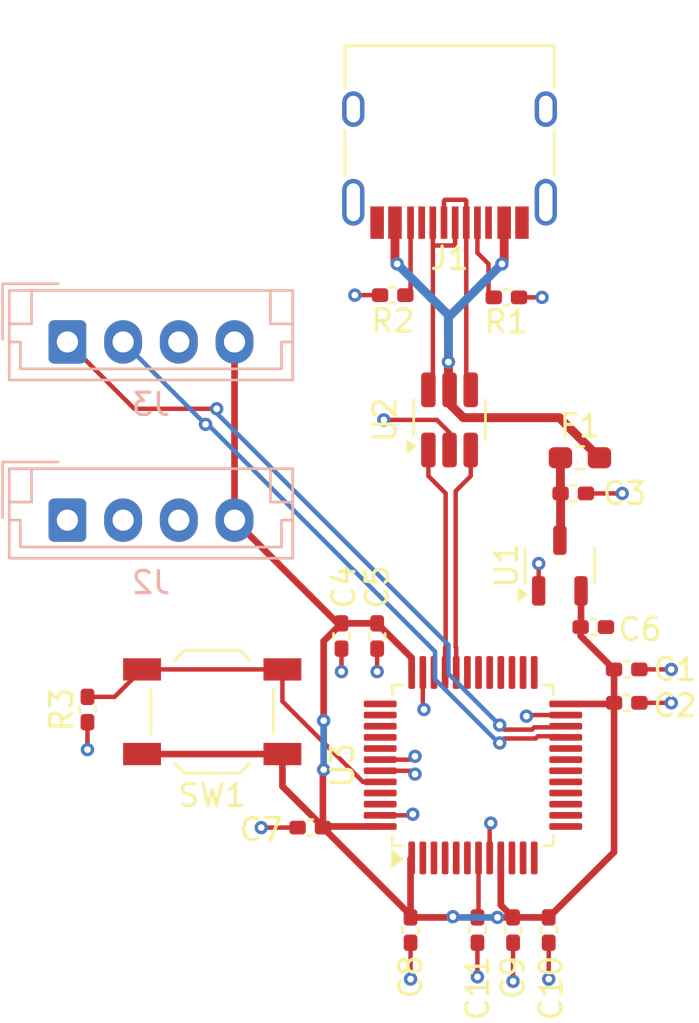
<source format=kicad_pcb>
(kicad_pcb (version 20241229) (generator "pcbnew") (generator_version "9.0")
  (layers (0 "F.Cu" signal) (2 "B.Cu" signal) (13 "F.Paste" user) (15 "B.Paste" user) (5 "F.SilkS" user "F.Silkscreen") (7 "B.SilkS" user "B.Silkscreen") (1 "F.Mask" user) (3 "B.Mask" user) (25 "Edge.Cuts" user))
  (net 0 "")
  (net 1 "GND")
  (net 2 "+3.3V")
  (net 3 "+5V")
  (net 4 "/NRST")
  (net 5 "VBUS")
  (net 6 "/USB_D+")
  (net 7 "/USB_D-")
  (net 8 "Net-(J1-CC1)")
  (net 9 "Net-(J1-CC2)")
  (net 10 "I2C1_SDA")
  (net 11 "I2C1_SCL")
  (net 12 "I2C2_SDA")
  (net 13 "I2C2_SCL")
  (net 14 "/BOOT")
  (net 15 "/MCU_D-")
  (net 16 "/MCU_D+")
  (footprint "Package_TO_SOT_SMD:SOT-23-3" (layer "F.Cu") (at 138.7 82.4375 90)
    (property "Reference" "U1" (at 0 -2.4 90) (layer "F.SilkS"))
    (property "Value" "XC6206")
    (fp_line (start 0 -1.56) (end 0.8 -1.56) (stroke (width 0.12)) (layer "F.SilkS"))
    (fp_line (start 0 -1.56) (end -0.8 -1.56) (stroke (width 0.12)) (layer "F.SilkS"))
    (fp_line (start 0 1.56) (end 0.8 1.56) (stroke (width 0.12)) (layer "F.SilkS"))
    (fp_line (start 0 1.56) (end -0.8 1.56) (stroke (width 0.12)) (layer "F.SilkS"))
    (fp_poly (pts (xy -1.3 -1.51) (xy -1.54 -1.84) (xy -1.06 -1.84)) (stroke (width 0.12)) (fill yes) (layer "F.SilkS"))
    (pad "1" smd roundrect (at -1.1375 -0.95 90) (size 1.325 0.6) (layers "F.Cu" "F.Mask" "F.Paste") (net 1 "GND"))
    (pad "2" smd roundrect (at -1.1375 0.95 90) (size 1.325 0.6) (layers "F.Cu" "F.Mask" "F.Paste") (net 2 "+3.3V"))
    (pad "3" smd roundrect (at 1.1375 0 90) (size 1.325 0.6) (layers "F.Cu" "F.Mask" "F.Paste") (net 3 "+5V"))
  )
  (footprint "Connector_USB:USB_C_Receptacle_HRO_TYPE-C-31-M-12" (layer "F.Cu") (at 133.75 63 180)
    (property "Reference" "J1" (at 0 -5.645 0) (layer "F.SilkS"))
    (property "Value" "USB_C")
    (fp_line (start 4.7 2) (end 4.7 3.9) (stroke (width 0.12)) (layer "F.SilkS"))
    (fp_line (start 4.7 -1.9) (end 4.7 0.1) (stroke (width 0.12)) (layer "F.SilkS"))
    (fp_line (start -4.7 3.9) (end 4.7 3.9) (stroke (width 0.12)) (layer "F.SilkS"))
    (fp_line (start -4.7 2) (end -4.7 3.9) (stroke (width 0.12)) (layer "F.SilkS"))
    (fp_line (start -4.7 -1.9) (end -4.7 0.1) (stroke (width 0.12)) (layer "F.SilkS"))
    (pad "" np_thru_hole circle (at -2.89 -2.6 180) (size 0.65 0.65) (drill 0.65) (layers "*.Cu" "*.Mask"))
    (pad "" np_thru_hole circle (at 2.89 -2.6 180) (size 0.65 0.65) (drill 0.65) (layers "*.Cu" "*.Mask"))
    (pad "A1" smd rect (at -3.25 -4.045 180) (size 0.6 1.45) (layers "F.Cu" "F.Mask" "F.Paste") (net 1 "GND"))
    (pad "A4" smd rect (at -2.45 -4.045 180) (size 0.6 1.45) (layers "F.Cu" "F.Mask" "F.Paste") (net 5 "VBUS"))
    (pad "A5" smd rect (at -1.25 -4.045 180) (size 0.3 1.45) (layers "F.Cu" "F.Mask" "F.Paste") (net 8 "Net-(J1-CC1)"))
    (pad "A6" smd rect (at -0.25 -4.045 180) (size 0.3 1.45) (layers "F.Cu" "F.Mask" "F.Paste") (net 6 "/USB_D+"))
    (pad "A7" smd rect (at 0.25 -4.045 180) (size 0.3 1.45) (layers "F.Cu" "F.Mask" "F.Paste") (net 7 "/USB_D-"))
    (pad "A8" smd rect (at 1.25 -4.045 180) (size 0.3 1.45) (layers "F.Cu" "F.Mask" "F.Paste"))
    (pad "A9" smd rect (at 2.45 -4.045 180) (size 0.6 1.45) (layers "F.Cu" "F.Mask" "F.Paste") (net 5 "VBUS"))
    (pad "A12" smd rect (at 3.25 -4.045 180) (size 0.6 1.45) (layers "F.Cu" "F.Mask" "F.Paste") (net 1 "GND"))
    (pad "B1" smd rect (at 3.25 -4.045 180) (size 0.6 1.45) (layers "F.Cu" "F.Mask" "F.Paste") (net 1 "GND"))
    (pad "B4" smd rect (at 2.45 -4.045 180) (size 0.6 1.45) (layers "F.Cu" "F.Mask" "F.Paste") (net 5 "VBUS"))
    (pad "B5" smd rect (at 1.75 -4.045 180) (size 0.3 1.45) (layers "F.Cu" "F.Mask" "F.Paste") (net 9 "Net-(J1-CC2)"))
    (pad "B6" smd rect (at 0.75 -4.045 180) (size 0.3 1.45) (layers "F.Cu" "F.Mask" "F.Paste") (net 6 "/USB_D+"))
    (pad "B7" smd rect (at -0.75 -4.045 180) (size 0.3 1.45) (layers "F.Cu" "F.Mask" "F.Paste") (net 7 "/USB_D-"))
    (pad "B8" smd rect (at -1.75 -4.045 180) (size 0.3 1.45) (layers "F.Cu" "F.Mask" "F.Paste"))
    (pad "B9" smd rect (at -2.45 -4.045 180) (size 0.6 1.45) (layers "F.Cu" "F.Mask" "F.Paste") (net 5 "VBUS"))
    (pad "B12" smd rect (at -3.25 -4.045 180) (size 0.6 1.45) (layers "F.Cu" "F.Mask" "F.Paste") (net 1 "GND"))
    (pad "S1" thru_hole oval (at -4.32 -3.13 180) (size 1 2.1) (drill oval 0.6 1.7) (property pad_prop_heatsink) (layers "*.Cu" "*.Mask") (net 1 "GND"))
    (pad "S1" thru_hole oval (at -4.32 1.05 180) (size 1 1.6) (drill oval 0.6 1.2) (property pad_prop_heatsink) (layers "*.Cu" "*.Mask") (net 1 "GND"))
    (pad "S1" thru_hole oval (at 4.32 -3.13 180) (size 1 2.1) (drill oval 0.6 1.7) (property pad_prop_heatsink) (layers "*.Cu" "*.Mask") (net 1 "GND"))
    (pad "S1" thru_hole oval (at 4.32 1.05 180) (size 1 1.6) (drill oval 0.6 1.2) (property pad_prop_heatsink) (layers "*.Cu" "*.Mask") (net 1 "GND"))
  )
  (footprint "Capacitor_SMD:C_0402_1005Metric_Pad0.74x0.62mm_HandSolder" (layer "F.Cu") (at 117.5 88.9 90)
    (property "Reference" "R3" (at 0 -1.16 90) (layer "F.SilkS"))
    (property "Value" "10k")
    (fp_line (start -0.115835 -0.36) (end 0.115835 -0.36) (stroke (width 0.12)) (layer "F.SilkS"))
    (fp_line (start -0.115835 0.36) (end 0.115835 0.36) (stroke (width 0.12)) (layer "F.SilkS"))
    (pad "1" smd roundrect (at -0.5675 0 90) (size 0.735 0.62) (layers "F.Cu" "F.Mask" "F.Paste") (net 1 "GND"))
    (pad "2" smd roundrect (at 0.5675 0 90) (size 0.735 0.62) (layers "F.Cu" "F.Mask" "F.Paste") (net 14 "/BOOT"))
  )
  (footprint "Capacitor_SMD:C_0402_1005Metric_Pad0.74x0.62mm_HandSolder" (layer "F.Cu") (at 127.5 94.2)
    (property "Reference" "C7" (at -2.2 0.1 0) (layer "F.SilkS"))
    (property "Value" "10nF")
    (fp_line (start -0.115835 -0.36) (end 0.115835 -0.36) (stroke (width 0.12)) (layer "F.SilkS"))
    (fp_line (start -0.115835 0.36) (end 0.115835 0.36) (stroke (width 0.12)) (layer "F.SilkS"))
    (pad "1" smd roundrect (at -0.5675 0) (size 0.735 0.62) (layers "F.Cu" "F.Mask" "F.Paste") (net 1 "GND"))
    (pad "2" smd roundrect (at 0.5675 0) (size 0.735 0.62) (layers "F.Cu" "F.Mask" "F.Paste") (net 2 "+3.3V"))
  )
  (footprint "Capacitor_SMD:C_0402_1005Metric_Pad0.74x0.62mm_HandSolder" (layer "F.Cu") (at 136.6 98.8 90)
    (property "Reference" "C9" (at -2.1325 0 90) (layer "F.SilkS"))
    (property "Value" "100nF")
    (fp_line (start -0.115835 -0.36) (end 0.115835 -0.36) (stroke (width 0.12)) (layer "F.SilkS"))
    (fp_line (start -0.115835 0.36) (end 0.115835 0.36) (stroke (width 0.12)) (layer "F.SilkS"))
    (pad "1" smd roundrect (at -0.5675 0 90) (size 0.735 0.62) (layers "F.Cu" "F.Mask" "F.Paste") (net 1 "GND"))
    (pad "2" smd roundrect (at 0.5675 0 90) (size 0.735 0.62) (layers "F.Cu" "F.Mask" "F.Paste") (net 2 "+3.3V"))
  )
  (footprint "Capacitor_SMD:C_0402_1005Metric_Pad0.74x0.62mm_HandSolder" (layer "F.Cu") (at 132 98.8 90)
    (property "Reference" "C8" (at -2.1 0 90) (layer "F.SilkS"))
    (property "Value" "1uF")
    (fp_line (start -0.115835 -0.36) (end 0.115835 -0.36) (stroke (width 0.12)) (layer "F.SilkS"))
    (fp_line (start -0.115835 0.36) (end 0.115835 0.36) (stroke (width 0.12)) (layer "F.SilkS"))
    (pad "1" smd roundrect (at -0.5675 0 90) (size 0.735 0.62) (layers "F.Cu" "F.Mask" "F.Paste") (net 1 "GND"))
    (pad "2" smd roundrect (at 0.5675 0 90) (size 0.735 0.62) (layers "F.Cu" "F.Mask" "F.Paste") (net 2 "+3.3V"))
  )
  (footprint "Capacitor_SMD:C_0402_1005Metric_Pad0.74x0.62mm_HandSolder" (layer "F.Cu") (at 141.7 88.6 180)
    (property "Reference" "C2" (at -2.1675 -0.13 0) (layer "F.SilkS"))
    (property "Value" "100nF")
    (fp_line (start -0.115835 0.36) (end 0.115835 0.36) (stroke (width 0.12)) (layer "F.SilkS"))
    (fp_line (start -0.115835 -0.36) (end 0.115835 -0.36) (stroke (width 0.12)) (layer "F.SilkS"))
    (pad "1" smd roundrect (at -0.5675 0 180) (size 0.735 0.62) (layers "F.Cu" "F.Mask" "F.Paste") (net 1 "GND"))
    (pad "2" smd roundrect (at 0.5675 0 180) (size 0.735 0.62) (layers "F.Cu" "F.Mask" "F.Paste") (net 2 "+3.3V"))
  )
  (footprint "Capacitor_SMD:C_0402_1005Metric_Pad0.74x0.62mm_HandSolder" (layer "F.Cu") (at 135 98.8 -90)
    (property "Reference" "C11" (at 2.6 0 90) (layer "F.SilkS"))
    (property "Value" "100nF")
    (fp_line (start -0.115835 0.36) (end 0.115835 0.36) (stroke (width 0.12)) (layer "F.SilkS"))
    (fp_line (start -0.115835 -0.36) (end 0.115835 -0.36) (stroke (width 0.12)) (layer "F.SilkS"))
    (pad "1" smd roundrect (at -0.5675 0 270) (size 0.735 0.62) (layers "F.Cu" "F.Mask" "F.Paste") (net 4 "/NRST"))
    (pad "2" smd roundrect (at 0.5675 0 270) (size 0.735 0.62) (layers "F.Cu" "F.Mask" "F.Paste") (net 1 "GND"))
  )
  (footprint "Capacitor_SMD:C_0402_1005Metric_Pad0.74x0.62mm_HandSolder" (layer "F.Cu") (at 141.7 87.1 180)
    (property "Reference" "C1" (at -2.1675 0 0) (layer "F.SilkS"))
    (property "Value" "100nF")
    (fp_line (start -0.115835 0.36) (end 0.115835 0.36) (stroke (width 0.12)) (layer "F.SilkS"))
    (fp_line (start -0.115835 -0.36) (end 0.115835 -0.36) (stroke (width 0.12)) (layer "F.SilkS"))
    (pad "1" smd roundrect (at -0.5675 0 180) (size 0.735 0.62) (layers "F.Cu" "F.Mask" "F.Paste") (net 1 "GND"))
    (pad "2" smd roundrect (at 0.5675 0 180) (size 0.735 0.62) (layers "F.Cu" "F.Mask" "F.Paste") (net 2 "+3.3V"))
  )
  (footprint "Capacitor_SMD:C_0402_1005Metric_Pad0.74x0.62mm_HandSolder" (layer "F.Cu") (at 136.3 70.4)
    (property "Reference" "R1" (at 0 1.1 0) (layer "F.SilkS"))
    (property "Value" "5.1k")
    (fp_line (start -0.115835 -0.36) (end 0.115835 -0.36) (stroke (width 0.12)) (layer "F.SilkS"))
    (fp_line (start -0.115835 0.36) (end 0.115835 0.36) (stroke (width 0.12)) (layer "F.SilkS"))
    (pad "1" smd roundrect (at -0.5675 0) (size 0.735 0.62) (layers "F.Cu" "F.Mask" "F.Paste") (net 8 "Net-(J1-CC1)"))
    (pad "2" smd roundrect (at 0.5675 0) (size 0.735 0.62) (layers "F.Cu" "F.Mask" "F.Paste") (net 1 "GND"))
  )
  (footprint "Capacitor_SMD:C_0402_1005Metric_Pad0.74x0.62mm_HandSolder" (layer "F.Cu") (at 139.3 79.2)
    (property "Reference" "C3" (at 2.3 0 0) (layer "F.SilkS"))
    (property "Value" "1uF")
    (fp_line (start -0.115835 -0.36) (end 0.115835 -0.36) (stroke (width 0.12)) (layer "F.SilkS"))
    (fp_line (start -0.115835 0.36) (end 0.115835 0.36) (stroke (width 0.12)) (layer "F.SilkS"))
    (pad "1" smd roundrect (at -0.5675 0) (size 0.735 0.62) (layers "F.Cu" "F.Mask" "F.Paste") (net 3 "+5V"))
    (pad "2" smd roundrect (at 0.5675 0) (size 0.735 0.62) (layers "F.Cu" "F.Mask" "F.Paste") (net 1 "GND"))
  )
  (footprint "Capacitor_SMD:C_0402_1005Metric_Pad0.74x0.62mm_HandSolder" (layer "F.Cu") (at 128.9 85.6 -90)
    (property "Reference" "C4" (at -2.2 -0.1 90) (layer "F.SilkS"))
    (property "Value" "1uF")
    (fp_line (start -0.115835 0.36) (end 0.115835 0.36) (stroke (width 0.12)) (layer "F.SilkS"))
    (fp_line (start -0.115835 -0.36) (end 0.115835 -0.36) (stroke (width 0.12)) (layer "F.SilkS"))
    (pad "1" smd roundrect (at -0.5675 0 270) (size 0.735 0.62) (layers "F.Cu" "F.Mask" "F.Paste") (net 2 "+3.3V"))
    (pad "2" smd roundrect (at 0.5675 0 270) (size 0.735 0.62) (layers "F.Cu" "F.Mask" "F.Paste") (net 1 "GND"))
  )
  (footprint "Fuse:Fuse_0603_1608Metric_Pad1.05x0.95mm_HandSolder" (layer "F.Cu") (at 139.6 77.6)
    (property "Reference" "F1" (at 0 -1.43 0) (layer "F.SilkS"))
    (property "Value" "500mA")
    (fp_line (start -0.171267 -0.51) (end 0.171267 -0.51) (stroke (width 0.12)) (layer "F.SilkS"))
    (fp_line (start -0.171267 0.51) (end 0.171267 0.51) (stroke (width 0.12)) (layer "F.SilkS"))
    (pad "1" smd roundrect (at -0.875 0) (size 1.05 0.95) (layers "F.Cu" "F.Mask" "F.Paste") (net 3 "+5V"))
    (pad "2" smd roundrect (at 0.875 0) (size 1.05 0.95) (layers "F.Cu" "F.Mask" "F.Paste") (net 5 "VBUS"))
  )
  (footprint "Capacitor_SMD:C_0402_1005Metric_Pad0.74x0.62mm_HandSolder" (layer "F.Cu") (at 131.2 70.3 180)
    (property "Reference" "R2" (at 0 -1.16 0) (layer "F.SilkS"))
    (property "Value" "5.1k")
    (fp_line (start -0.115835 0.36) (end 0.115835 0.36) (stroke (width 0.12)) (layer "F.SilkS"))
    (fp_line (start -0.115835 -0.36) (end 0.115835 -0.36) (stroke (width 0.12)) (layer "F.SilkS"))
    (pad "1" smd roundrect (at -0.5675 0 180) (size 0.735 0.62) (layers "F.Cu" "F.Mask" "F.Paste") (net 9 "Net-(J1-CC2)"))
    (pad "2" smd roundrect (at 0.5675 0 180) (size 0.735 0.62) (layers "F.Cu" "F.Mask" "F.Paste") (net 1 "GND"))
  )
  (footprint "Button_Switch_SMD:SW_SPST_TL3342" (layer "F.Cu") (at 123.1 89 180)
    (property "Reference" "SW1" (at 0 -3.75 0) (layer "F.SilkS"))
    (property "Value" "SW_Push")
    (fp_line (start 2.75 -1) (end 2.75 1) (stroke (width 0.12)) (layer "F.SilkS"))
    (fp_line (start 1.7 2.3) (end 1.25 2.75) (stroke (width 0.12)) (layer "F.SilkS"))
    (fp_line (start 1.7 -2.3) (end 1.25 -2.75) (stroke (width 0.12)) (layer "F.SilkS"))
    (fp_line (start -1.25 2.75) (end 1.25 2.75) (stroke (width 0.12)) (layer "F.SilkS"))
    (fp_line (start -1.25 -2.75) (end 1.25 -2.75) (stroke (width 0.12)) (layer "F.SilkS"))
    (fp_line (start -1.7 2.3) (end -1.25 2.75) (stroke (width 0.12)) (layer "F.SilkS"))
    (fp_line (start -1.7 -2.3) (end -1.25 -2.75) (stroke (width 0.12)) (layer "F.SilkS"))
    (fp_line (start -2.75 -1) (end -2.75 1) (stroke (width 0.12)) (layer "F.SilkS"))
    (pad "1" smd rect (at -3.15 -1.9 180) (size 1.7 1) (layers "F.Cu" "F.Mask" "F.Paste") (net 2 "+3.3V"))
    (pad "1" smd rect (at 3.15 -1.9 180) (size 1.7 1) (layers "F.Cu" "F.Mask" "F.Paste") (net 2 "+3.3V"))
    (pad "2" smd rect (at -3.15 1.9 180) (size 1.7 1) (layers "F.Cu" "F.Mask" "F.Paste") (net 14 "/BOOT"))
    (pad "2" smd rect (at 3.15 1.9 180) (size 1.7 1) (layers "F.Cu" "F.Mask" "F.Paste") (net 14 "/BOOT"))
  )
  (footprint "Package_QFP:LQFP-48_7x7mm_P0.5mm" (layer "F.Cu") (at 134.8 91.4 90)
    (property "Reference" "U3" (at 0 -5.85 90) (layer "F.SilkS"))
    (property "Value" "STM32F072CBT6")
    (fp_line (start 3.61 -3.61) (end 3.61 -3.16) (stroke (width 0.12)) (layer "F.SilkS"))
    (fp_line (start 3.16 -3.61) (end 3.61 -3.61) (stroke (width 0.12)) (layer "F.SilkS"))
    (fp_line (start -3.16 -3.61) (end -3.61 -3.61) (stroke (width 0.12)) (layer "F.SilkS"))
    (fp_line (start -3.61 -3.61) (end -3.61 -3.16) (stroke (width 0.12)) (layer "F.SilkS"))
    (fp_line (start 3.61 3.61) (end 3.61 3.16) (stroke (width 0.12)) (layer "F.SilkS"))
    (fp_line (start 3.16 3.61) (end 3.61 3.61) (stroke (width 0.12)) (layer "F.SilkS"))
    (fp_line (start -3.16 3.61) (end -3.61 3.61) (stroke (width 0.12)) (layer "F.SilkS"))
    (fp_line (start -3.61 3.61) (end -3.61 3.16) (stroke (width 0.12)) (layer "F.SilkS"))
    (fp_poly (pts (xy -4.2 -3.16) (xy -4.54 -3.63) (xy -3.86 -3.63)) (stroke (width 0.12)) (fill yes) (layer "F.SilkS"))
    (pad "1" smd roundrect (at -4.1625 -2.75 90) (size 1.475 0.3) (layers "F.Cu" "F.Mask" "F.Paste") (net 2 "+3.3V"))
    (pad "2" smd roundrect (at -4.1625 -2.25 90) (size 1.475 0.3) (layers "F.Cu" "F.Mask" "F.Paste"))
    (pad "3" smd roundrect (at -4.1625 -1.75 90) (size 1.475 0.3) (layers "F.Cu" "F.Mask" "F.Paste"))
    (pad "4" smd roundrect (at -4.1625 -1.25 90) (size 1.475 0.3) (layers "F.Cu" "F.Mask" "F.Paste"))
    (pad "5" smd roundrect (at -4.1625 -0.75 90) (size 1.475 0.3) (layers "F.Cu" "F.Mask" "F.Paste"))
    (pad "6" smd roundrect (at -4.1625 -0.25 90) (size 1.475 0.3) (layers "F.Cu" "F.Mask" "F.Paste"))
    (pad "7" smd roundrect (at -4.1625 0.25 90) (size 1.475 0.3) (layers "F.Cu" "F.Mask" "F.Paste") (net 4 "/NRST"))
    (pad "8" smd roundrect (at -4.1625 0.75 90) (size 1.475 0.3) (layers "F.Cu" "F.Mask" "F.Paste") (net 1 "GND"))
    (pad "9" smd roundrect (at -4.1625 1.25 90) (size 1.475 0.3) (layers "F.Cu" "F.Mask" "F.Paste") (net 2 "+3.3V"))
    (pad "10" smd roundrect (at -4.1625 1.75 90) (size 1.475 0.3) (layers "F.Cu" "F.Mask" "F.Paste"))
    (pad "11" smd roundrect (at -4.1625 2.25 90) (size 1.475 0.3) (layers "F.Cu" "F.Mask" "F.Paste"))
    (pad "12" smd roundrect (at -4.1625 2.75 90) (size 1.475 0.3) (layers "F.Cu" "F.Mask" "F.Paste"))
    (pad "13" smd roundrect (at -2.75 4.1625 90) (size 0.3 1.475) (layers "F.Cu" "F.Mask" "F.Paste"))
    (pad "14" smd roundrect (at -2.25 4.1625 90) (size 0.3 1.475) (layers "F.Cu" "F.Mask" "F.Paste"))
    (pad "15" smd roundrect (at -1.75 4.1625 90) (size 0.3 1.475) (layers "F.Cu" "F.Mask" "F.Paste"))
    (pad "16" smd roundrect (at -1.25 4.1625 90) (size 0.3 1.475) (layers "F.Cu" "F.Mask" "F.Paste"))
    (pad "17" smd roundrect (at -0.75 4.1625 90) (size 0.3 1.475) (layers "F.Cu" "F.Mask" "F.Paste"))
    (pad "18" smd roundrect (at -0.25 4.1625 90) (size 0.3 1.475) (layers "F.Cu" "F.Mask" "F.Paste"))
    (pad "19" smd roundrect (at 0.25 4.1625 90) (size 0.3 1.475) (layers "F.Cu" "F.Mask" "F.Paste"))
    (pad "20" smd roundrect (at 0.75 4.1625 90) (size 0.3 1.475) (layers "F.Cu" "F.Mask" "F.Paste"))
    (pad "21" smd roundrect (at 1.25 4.1625 90) (size 0.3 1.475) (layers "F.Cu" "F.Mask" "F.Paste") (net 13 "I2C2_SCL"))
    (pad "22" smd roundrect (at 1.75 4.1625 90) (size 0.3 1.475) (layers "F.Cu" "F.Mask" "F.Paste") (net 12 "I2C2_SDA"))
    (pad "23" smd roundrect (at 2.25 4.1625 90) (size 0.3 1.475) (layers "F.Cu" "F.Mask" "F.Paste") (net 1 "GND"))
    (pad "24" smd roundrect (at 2.75 4.1625 90) (size 0.3 1.475) (layers "F.Cu" "F.Mask" "F.Paste") (net 2 "+3.3V"))
    (pad "25" smd roundrect (at 4.1625 2.75 90) (size 1.475 0.3) (layers "F.Cu" "F.Mask" "F.Paste"))
    (pad "26" smd roundrect (at 4.1625 2.25 90) (size 1.475 0.3) (layers "F.Cu" "F.Mask" "F.Paste"))
    (pad "27" smd roundrect (at 4.1625 1.75 90) (size 1.475 0.3) (layers "F.Cu" "F.Mask" "F.Paste"))
    (pad "28" smd roundrect (at 4.1625 1.25 90) (size 1.475 0.3) (layers "F.Cu" "F.Mask" "F.Paste"))
    (pad "29" smd roundrect (at 4.1625 0.75 90) (size 1.475 0.3) (layers "F.Cu" "F.Mask" "F.Paste"))
    (pad "30" smd roundrect (at 4.1625 0.25 90) (size 1.475 0.3) (layers "F.Cu" "F.Mask" "F.Paste"))
    (pad "31" smd roundrect (at 4.1625 -0.25 90) (size 1.475 0.3) (layers "F.Cu" "F.Mask" "F.Paste"))
    (pad "32" smd roundrect (at 4.1625 -0.75 90) (size 1.475 0.3) (layers "F.Cu" "F.Mask" "F.Paste") (net 15 "/MCU_D-"))
    (pad "33" smd roundrect (at 4.1625 -1.25 90) (size 1.475 0.3) (layers "F.Cu" "F.Mask" "F.Paste") (net 16 "/MCU_D+"))
    (pad "34" smd roundrect (at 4.1625 -1.75 90) (size 1.475 0.3) (layers "F.Cu" "F.Mask" "F.Paste"))
    (pad "35" smd roundrect (at 4.1625 -2.25 90) (size 1.475 0.3) (layers "F.Cu" "F.Mask" "F.Paste") (net 1 "GND"))
    (pad "36" smd roundrect (at 4.1625 -2.75 90) (size 1.475 0.3) (layers "F.Cu" "F.Mask" "F.Paste") (net 2 "+3.3V"))
    (pad "37" smd roundrect (at 2.75 -4.1625 90) (size 0.3 1.475) (layers "F.Cu" "F.Mask" "F.Paste"))
    (pad "38" smd roundrect (at 2.25 -4.1625 90) (size 0.3 1.475) (layers "F.Cu" "F.Mask" "F.Paste"))
    (pad "39" smd roundrect (at 1.75 -4.1625 90) (size 0.3 1.475) (layers "F.Cu" "F.Mask" "F.Paste"))
    (pad "40" smd roundrect (at 1.25 -4.1625 90) (size 0.3 1.475) (layers "F.Cu" "F.Mask" "F.Paste"))
    (pad "41" smd roundrect (at 0.75 -4.1625 90) (size 0.3 1.475) (layers "F.Cu" "F.Mask" "F.Paste"))
    (pad "42" smd roundrect (at 0.25 -4.1625 90) (size 0.3 1.475) (layers "F.Cu" "F.Mask" "F.Paste") (net 11 "I2C1_SCL"))
    (pad "43" smd roundrect (at -0.25 -4.1625 90) (size 0.3 1.475) (layers "F.Cu" "F.Mask" "F.Paste") (net 10 "I2C1_SDA"))
    (pad "44" smd roundrect (at -0.75 -4.1625 90) (size 0.3 1.475) (layers "F.Cu" "F.Mask" "F.Paste") (net 14 "/BOOT"))
    (pad "45" smd roundrect (at -1.25 -4.1625 90) (size 0.3 1.475) (layers "F.Cu" "F.Mask" "F.Paste"))
    (pad "46" smd roundrect (at -1.75 -4.1625 90) (size 0.3 1.475) (layers "F.Cu" "F.Mask" "F.Paste"))
    (pad "47" smd roundrect (at -2.25 -4.1625 90) (size 0.3 1.475) (layers "F.Cu" "F.Mask" "F.Paste") (net 1 "GND"))
    (pad "48" smd roundrect (at -2.75 -4.1625 90) (size 0.3 1.475) (layers "F.Cu" "F.Mask" "F.Paste") (net 2 "+3.3V"))
  )
  (footprint "Capacitor_SMD:C_0402_1005Metric_Pad0.74x0.62mm_HandSolder" (layer "F.Cu") (at 138.2 98.8 90)
    (property "Reference" "C10" (at -2.6 0.1 90) (layer "F.SilkS"))
    (property "Value" "4.7uF")
    (fp_line (start -0.115835 -0.36) (end 0.115835 -0.36) (stroke (width 0.12)) (layer "F.SilkS"))
    (fp_line (start -0.115835 0.36) (end 0.115835 0.36) (stroke (width 0.12)) (layer "F.SilkS"))
    (pad "1" smd roundrect (at -0.5675 0 90) (size 0.735 0.62) (layers "F.Cu" "F.Mask" "F.Paste") (net 1 "GND"))
    (pad "2" smd roundrect (at 0.5675 0 90) (size 0.735 0.62) (layers "F.Cu" "F.Mask" "F.Paste") (net 2 "+3.3V"))
  )
  (footprint "Capacitor_SMD:C_0402_1005Metric_Pad0.74x0.62mm_HandSolder" (layer "F.Cu") (at 130.5 85.6 90)
    (property "Reference" "C5" (at 2.2 0 90) (layer "F.SilkS"))
    (property "Value" "100nF")
    (fp_line (start -0.115835 -0.36) (end 0.115835 -0.36) (stroke (width 0.12)) (layer "F.SilkS"))
    (fp_line (start -0.115835 0.36) (end 0.115835 0.36) (stroke (width 0.12)) (layer "F.SilkS"))
    (pad "1" smd roundrect (at -0.5675 0 90) (size 0.735 0.62) (layers "F.Cu" "F.Mask" "F.Paste") (net 1 "GND"))
    (pad "2" smd roundrect (at 0.5675 0 90) (size 0.735 0.62) (layers "F.Cu" "F.Mask" "F.Paste") (net 2 "+3.3V"))
  )
  (footprint "Package_TO_SOT_SMD:SOT-23-6_Handsoldering" (layer "F.Cu") (at 133.75 75.9 90)
    (property "Reference" "U2" (at 0 -2.9 90) (layer "F.SilkS"))
    (property "Value" "USBLC6-2SC6")
    (fp_line (start 0.1 -1.61) (end 0.9 -1.61) (stroke (width 0.12)) (layer "F.SilkS"))
    (fp_line (start 0.1 -1.61) (end -0.7 -1.61) (stroke (width 0.12)) (layer "F.SilkS"))
    (fp_line (start -0.9 1.61) (end 0.9 1.61) (stroke (width 0.12)) (layer "F.SilkS"))
    (fp_poly (pts (xy -1.2 -1.56) (xy -1.44 -1.89) (xy -0.96 -1.89) (xy -1.2 -1.56)) (stroke (width 0.12)) (fill yes) (layer "F.SilkS"))
    (pad "1" smd roundrect (at -1.35 -0.95 90) (size 1.56 0.65) (layers "F.Cu" "F.Mask" "F.Paste") (net 16 "/MCU_D+"))
    (pad "2" smd roundrect (at -1.35 0 90) (size 1.56 0.65) (layers "F.Cu" "F.Mask" "F.Paste") (net 1 "GND"))
    (pad "3" smd roundrect (at -1.35 0.95 90) (size 1.56 0.65) (layers "F.Cu" "F.Mask" "F.Paste") (net 15 "/MCU_D-"))
    (pad "4" smd roundrect (at 1.35 0.95 90) (size 1.56 0.65) (layers "F.Cu" "F.Mask" "F.Paste") (net 7 "/USB_D-"))
    (pad "5" smd roundrect (at 1.35 0 90) (size 1.56 0.65) (layers "F.Cu" "F.Mask" "F.Paste") (net 5 "VBUS"))
    (pad "6" smd roundrect (at 1.35 -0.95 90) (size 1.56 0.65) (layers "F.Cu" "F.Mask" "F.Paste") (net 6 "/USB_D+"))
  )
  (footprint "Capacitor_SMD:C_0402_1005Metric_Pad0.74x0.62mm_HandSolder" (layer "F.Cu") (at 140.2 85.2 180)
    (property "Reference" "C6" (at -2.1 -0.1 0) (layer "F.SilkS"))
    (property "Value" "4.7uF")
    (fp_line (start -0.115835 0.36) (end 0.115835 0.36) (stroke (width 0.12)) (layer "F.SilkS"))
    (fp_line (start -0.115835 -0.36) (end 0.115835 -0.36) (stroke (width 0.12)) (layer "F.SilkS"))
    (pad "1" smd roundrect (at -0.5675 0 180) (size 0.735 0.62) (layers "F.Cu" "F.Mask" "F.Paste") (net 1 "GND"))
    (pad "2" smd roundrect (at 0.5675 0 180) (size 0.735 0.62) (layers "F.Cu" "F.Mask" "F.Paste") (net 2 "+3.3V"))
  )
  (footprint "Connector_JST:JST_EH_B4B-EH-A_1x04_P2.50mm_Vertical" (layer "B.Cu") (at 116.6 72.4)
    (property "Reference" "J3" (at 3.75 2.8 180) (layer "B.SilkS") (effects (justify mirror)))
    (property "Value" "I2C1")
    (fp_line (start -2.91 -2.61) (end -0.41 -2.61) (stroke (width 0.12)) (layer "B.SilkS"))
    (fp_line (start -2.91 -0.11) (end -2.91 -2.61) (stroke (width 0.12)) (layer "B.SilkS"))
    (fp_line (start -2.61 -2.31) (end 10.11 -2.31) (stroke (width 0.12)) (layer "B.SilkS"))
    (fp_line (start -2.61 -0.81) (end -1.61 -0.81) (stroke (width 0.12)) (layer "B.SilkS"))
    (fp_line (start -2.61 0) (end -2.11 0) (stroke (width 0.12)) (layer "B.SilkS"))
    (fp_line (start -2.61 1.71) (end -2.61 -2.31) (stroke (width 0.12)) (layer "B.SilkS"))
    (fp_line (start -2.11 0) (end -2.11 1.21) (stroke (width 0.12)) (layer "B.SilkS"))
    (fp_line (start -2.11 1.21) (end 9.61 1.21) (stroke (width 0.12)) (layer "B.SilkS"))
    (fp_line (start -1.61 -0.81) (end -1.61 -2.31) (stroke (width 0.12)) (layer "B.SilkS"))
    (fp_line (start 9.11 -0.81) (end 9.11 -2.31) (stroke (width 0.12)) (layer "B.SilkS"))
    (fp_line (start 9.61 0) (end 10.11 0) (stroke (width 0.12)) (layer "B.SilkS"))
    (fp_line (start 9.61 1.21) (end 9.61 0) (stroke (width 0.12)) (layer "B.SilkS"))
    (fp_line (start 10.11 -2.31) (end 10.11 1.71) (stroke (width 0.12)) (layer "B.SilkS"))
    (fp_line (start 10.11 -0.81) (end 9.11 -0.81) (stroke (width 0.12)) (layer "B.SilkS"))
    (fp_line (start 10.11 1.71) (end -2.61 1.71) (stroke (width 0.12)) (layer "B.SilkS"))
    (pad "1" thru_hole roundrect (at 0 0) (size 1.7 1.95) (drill 0.95) (layers "*.Cu" "*.Mask") (roundrect_rratio 0.147059) (net 12 "I2C2_SDA"))
    (pad "2" thru_hole oval (at 2.5 0) (size 1.7 1.95) (drill 0.95) (layers "*.Cu" "*.Mask") (net 13 "I2C2_SCL"))
    (pad "3" thru_hole oval (at 5 0) (size 1.7 1.95) (drill 0.95) (layers "*.Cu" "*.Mask") (net 1 "GND"))
    (pad "4" thru_hole oval (at 7.5 0) (size 1.7 1.95) (drill 0.95) (layers "*.Cu" "*.Mask") (net 2 "+3.3V"))
  )
  (footprint "Connector_JST:JST_EH_B4B-EH-A_1x04_P2.50mm_Vertical" (layer "B.Cu") (at 116.6 80.4)
    (property "Reference" "J2" (at 3.75 2.8 180) (layer "B.SilkS") (effects (justify mirror)))
    (property "Value" "I2C1")
    (fp_line (start -2.91 -2.61) (end -0.41 -2.61) (stroke (width 0.12)) (layer "B.SilkS"))
    (fp_line (start -2.91 -0.11) (end -2.91 -2.61) (stroke (width 0.12)) (layer "B.SilkS"))
    (fp_line (start -2.61 -2.31) (end 10.11 -2.31) (stroke (width 0.12)) (layer "B.SilkS"))
    (fp_line (start -2.61 -0.81) (end -1.61 -0.81) (stroke (width 0.12)) (layer "B.SilkS"))
    (fp_line (start -2.61 0) (end -2.11 0) (stroke (width 0.12)) (layer "B.SilkS"))
    (fp_line (start -2.61 1.71) (end -2.61 -2.31) (stroke (width 0.12)) (layer "B.SilkS"))
    (fp_line (start -2.11 0) (end -2.11 1.21) (stroke (width 0.12)) (layer "B.SilkS"))
    (fp_line (start -2.11 1.21) (end 9.61 1.21) (stroke (width 0.12)) (layer "B.SilkS"))
    (fp_line (start -1.61 -0.81) (end -1.61 -2.31) (stroke (width 0.12)) (layer "B.SilkS"))
    (fp_line (start 9.11 -0.81) (end 9.11 -2.31) (stroke (width 0.12)) (layer "B.SilkS"))
    (fp_line (start 9.61 0) (end 10.11 0) (stroke (width 0.12)) (layer "B.SilkS"))
    (fp_line (start 9.61 1.21) (end 9.61 0) (stroke (width 0.12)) (layer "B.SilkS"))
    (fp_line (start 10.11 -2.31) (end 10.11 1.71) (stroke (width 0.12)) (layer "B.SilkS"))
    (fp_line (start 10.11 -0.81) (end 9.11 -0.81) (stroke (width 0.12)) (layer "B.SilkS"))
    (fp_line (start 10.11 1.71) (end -2.61 1.71) (stroke (width 0.12)) (layer "B.SilkS"))
    (pad "1" thru_hole roundrect (at 0 0) (size 1.7 1.95) (drill 0.95) (layers "*.Cu" "*.Mask") (roundrect_rratio 0.147059) (net 10 "I2C1_SDA"))
    (pad "2" thru_hole oval (at 2.5 0) (size 1.7 1.95) (drill 0.95) (layers "*.Cu" "*.Mask") (net 11 "I2C1_SCL"))
    (pad "3" thru_hole oval (at 5 0) (size 1.7 1.95) (drill 0.95) (layers "*.Cu" "*.Mask") (net 1 "GND"))
    (pad "4" thru_hole oval (at 7.5 0) (size 1.7 1.95) (drill 0.95) (layers "*.Cu" "*.Mask") (net 2 "+3.3V"))
  )
  (segment (start 142.2675 88.6) (end 143.7 88.6) (width 0.2) (layer "F.Cu") (net 1))
  (segment (start 130.6325 70.3) (end 129.5 70.3) (width 0.2) (layer "F.Cu") (net 1))
  (segment (start 132.05 93.65) (end 132.1 93.6) (width 0.2) (layer "F.Cu") (net 1))
  (segment (start 130.6375 93.65) (end 132.05 93.65) (width 0.2) (layer "F.Cu") (net 1))
  (segment (start 138.9625 89.15) (end 137.25 89.15) (width 0.2) (layer "F.Cu") (net 1))
  (segment (start 128.9 86.1675) (end 128.9 87.2) (width 0.2) (layer "F.Cu") (net 1))
  (segment (start 136.8675 70.4) (end 137.9 70.4) (width 0.2) (layer "F.Cu") (net 1))
  (segment (start 135.55 95.5625) (end 135.55 94.05) (width 0.2) (layer "F.Cu") (net 1))
  (segment (start 135 99.3675) (end 135 100.9) (width 0.2) (layer "F.Cu") (net 1))
  (segment (start 133.75 77.25) (end 133.75 76.470001) (width 0.2) (layer "F.Cu") (net 1))
  (segment (start 130.5 86.1675) (end 130.5 87.2) (width 0.2) (layer "F.Cu") (net 1))
  (segment (start 132.55 87.2375) (end 132.55 88.85) (width 0.2) (layer "F.Cu") (net 1))
  (segment (start 117.5 89.4675) (end 117.5 90.7) (width 0.2) (layer "F.Cu") (net 1))
  (segment (start 126.9325 94.2) (end 125.3 94.2) (width 0.2) (layer "F.Cu") (net 1))
  (segment (start 136.6 99.3675) (end 136.6 101.1) (width 0.2) (layer "F.Cu") (net 1))
  (segment (start 137.75 83.575) (end 137.75 82.35) (width 0.2) (layer "F.Cu") (net 1))
  (segment (start 133.179999 75.9) (end 130.8 75.9) (width 0.2) (layer "F.Cu") (net 1))
  (segment (start 135.55 94.05) (end 135.6 94) (width 0.2) (layer "F.Cu") (net 1))
  (segment (start 133.75 76.470001) (end 133.179999 75.9) (width 0.2) (layer "F.Cu") (net 1))
  (segment (start 139.8675 79.2) (end 141.5 79.2) (width 0.2) (layer "F.Cu") (net 1))
  (segment (start 142.2675 87.1) (end 143.7 87.1) (width 0.2) (layer "F.Cu") (net 1))
  (segment (start 137.75 82.35) (end 137.8 82.3) (width 0.2) (layer "F.Cu") (net 1))
  (segment (start 137.25 89.15) (end 137.2 89.2) (width 0.2) (layer "F.Cu") (net 1))
  (segment (start 138.2 99.3675) (end 138.2 101) (width 0.2) (layer "F.Cu") (net 1))
  (segment (start 132.55 88.85) (end 132.6 88.9) (width 0.2) (layer "F.Cu") (net 1))
  (segment (start 132 99.3675) (end 132 101) (width 0.2) (layer "F.Cu") (net 1))
  (via (at 132 101) (size 0.6) (drill 0.3) (layers "F.Cu" "B.Cu") (net 1))
  (via (at 143.7 88.6) (size 0.6) (drill 0.3) (layers "F.Cu" "B.Cu") (net 1))
  (via (at 135 100.9) (size 0.6) (drill 0.3) (layers "F.Cu" "B.Cu") (net 1))
  (via (at 128.9 87.2) (size 0.6) (drill 0.3) (layers "F.Cu" "B.Cu") (net 1))
  (via (at 137.9 70.4) (size 0.6) (drill 0.3) (layers "F.Cu" "B.Cu") (net 1))
  (via (at 138.2 101) (size 0.6) (drill 0.3) (layers "F.Cu" "B.Cu") (net 1))
  (via (at 137.2 89.2) (size 0.6) (drill 0.3) (layers "F.Cu" "B.Cu") (net 1))
  (via (at 141.5 79.2) (size 0.6) (drill 0.3) (layers "F.Cu" "B.Cu") (net 1))
  (via (at 136.6 101.1) (size 0.6) (drill 0.3) (layers "F.Cu" "B.Cu") (net 1))
  (via (at 130.5 87.2) (size 0.6) (drill 0.3) (layers "F.Cu" "B.Cu") (net 1))
  (via (at 137.75 82.35) (size 0.6) (drill 0.3) (layers "F.Cu" "B.Cu") (net 1))
  (via (at 143.7 87.1) (size 0.6) (drill 0.3) (layers "F.Cu" "B.Cu") (net 1))
  (via (at 125.3 94.2) (size 0.6) (drill 0.3) (layers "F.Cu" "B.Cu") (net 1))
  (via (at 132.6 88.9) (size 0.6) (drill 0.3) (layers "F.Cu" "B.Cu") (net 1))
  (via (at 129.5 70.3) (size 0.6) (drill 0.3) (layers "F.Cu" "B.Cu") (net 1))
  (via (at 130.8 75.9) (size 0.6) (drill 0.3) (layers "F.Cu" "B.Cu") (net 1))
  (via (at 132.1 93.6) (size 0.6) (drill 0.3) (layers "F.Cu" "B.Cu") (net 1))
  (via (at 135.6 94) (size 0.6) (drill 0.3) (layers "F.Cu" "B.Cu") (net 1))
  (via (at 117.5 90.7) (size 0.6) (drill 0.3) (layers "F.Cu" "B.Cu") (net 1))
  (segment (start 128.0675 94.2) (end 128.0675 94.1675) (width 0.3) (layer "F.Cu") (net 2))
  (segment (start 135.8675 98.2325) (end 135.8 98.3) (width 0.3) (layer "F.Cu") (net 2))
  (segment (start 124.1 80.4) (end 128.7325 85.0325) (width 0.3) (layer "F.Cu") (net 2))
  (segment (start 136.05 97.6825) (end 136.6 98.2325) (width 0.3) (layer "F.Cu") (net 2))
  (segment (start 132.05 86.5825) (end 132.05 87.2375) (width 0.3) (layer "F.Cu") (net 2))
  (segment (start 141.1325 88.6) (end 141.1325 87.1) (width 0.3) (layer "F.Cu") (net 2))
  (segment (start 128.9 85.0325) (end 130.5 85.0325) (width 0.3) (layer "F.Cu") (net 2))
  (segment (start 141.0825 88.65) (end 141.1325 88.6) (width 0.3) (layer "F.Cu") (net 2))
  (segment (start 141.1325 88.6) (end 141.1325 95.3) (width 0.3) (layer "F.Cu") (net 2))
  (segment (start 132 98.2325) (end 132 95.6125) (width 0.3) (layer "F.Cu") (net 2))
  (segment (start 136.6 98.2325) (end 138.2 98.2325) (width 0.3) (layer "F.Cu") (net 2))
  (segment (start 141.1325 95.3) (end 138.2 98.2325) (width 0.3) (layer "F.Cu") (net 2))
  (segment (start 139.65 85.1825) (end 139.6325 85.2) (width 0.3) (layer "F.Cu") (net 2))
  (segment (start 128.0675 94.1675) (end 126.25 92.35) (width 0.3) (layer "F.Cu") (net 2))
  (segment (start 128.7325 85.0325) (end 128.9 85.0325) (width 0.3) (layer "F.Cu") (net 2))
  (segment (start 128.9 85.0325) (end 128.1 85.8325) (width 0.3) (layer "F.Cu") (net 2))
  (segment (start 126.25 90.9) (end 119.95 90.9) (width 0.3) (layer "F.Cu") (net 2))
  (segment (start 139.6325 85.2) (end 139.6325 85.6) (width 0.3) (layer "F.Cu") (net 2))
  (segment (start 139.65 83.575) (end 139.65 85.1825) (width 0.3) (layer "F.Cu") (net 2))
  (segment (start 135.9 98.2325) (end 135.8675 98.2325) (width 0.3) (layer "F.Cu") (net 2))
  (segment (start 136.6 98.2325) (end 135.9 98.2325) (width 0.3) (layer "F.Cu") (net 2))
  (segment (start 133.8675 98.2325) (end 133.9 98.2) (width 0.3) (layer "F.Cu") (net 2))
  (segment (start 136.05 95.5625) (end 136.05 97.6825) (width 0.3) (layer "F.Cu") (net 2))
  (segment (start 128.0675 94.2) (end 128.0675 91.6325) (width 0.3) (layer "F.Cu") (net 2))
  (segment (start 138.9625 88.65) (end 141.0825 88.65) (width 0.3) (layer "F.Cu") (net 2))
  (segment (start 128.0675 91.6325) (end 128.1 91.6) (width 0.3) (layer "F.Cu") (net 2))
  (segment (start 124.1 72.4) (end 124.1 80.4) (width 0.3) (layer "F.Cu") (net 2))
  (segment (start 130.5 85.0325) (end 132.05 86.5825) (width 0.3) (layer "F.Cu") (net 2))
  (segment (start 132 98.2325) (end 132 98.1325) (width 0.3) (layer "F.Cu") (net 2))
  (segment (start 128.1 85.8325) (end 128.1 89.4) (width 0.3) (layer "F.Cu") (net 2))
  (segment (start 130.6375 94.15) (end 128.1175 94.15) (width 0.3) (layer "F.Cu") (net 2))
  (segment (start 132 95.6125) (end 132.05 95.5625) (width 0.3) (layer "F.Cu") (net 2))
  (segment (start 132 98.1325) (end 128.0675 94.2) (width 0.3) (layer "F.Cu") (net 2))
  (segment (start 139.6325 85.6) (end 141.1325 87.1) (width 0.3) (layer "F.Cu") (net 2))
  (segment (start 126.25 92.35) (end 126.25 90.9) (width 0.3) (layer "F.Cu") (net 2))
  (segment (start 128.1175 94.15) (end 128.0675 94.2) (width 0.3) (layer "F.Cu") (net 2))
  (segment (start 132 98.2325) (end 133.8675 98.2325) (width 0.3) (layer "F.Cu") (net 2))
  (via (at 128.1 89.4) (size 0.6) (drill 0.3) (layers "F.Cu" "B.Cu") (net 2))
  (via (at 135.9 98.2325) (size 0.6) (drill 0.3) (layers "F.Cu" "B.Cu") (net 2))
  (via (at 128.1 91.6) (size 0.6) (drill 0.3) (layers "F.Cu" "B.Cu") (net 2))
  (via (at 133.9 98.2) (size 0.6) (drill 0.3) (layers "F.Cu" "B.Cu") (net 2))
  (segment (start 135.9 98.2325) (end 133.9325 98.2325) (width 0.3) (layer "B.Cu") (net 2))
  (segment (start 128.1 89.4) (end 128.1 91.6) (width 0.3) (layer "B.Cu") (net 2))
  (segment (start 133.9325 98.2325) (end 133.9 98.2) (width 0.3) (layer "B.Cu") (net 2))
  (segment (start 138.725 79.1925) (end 138.7325 79.2) (width 0.4) (layer "F.Cu") (net 3))
  (segment (start 138.725 77.6) (end 138.725 79.1925) (width 0.4) (layer "F.Cu") (net 3))
  (segment (start 138.7325 81.2675) (end 138.7 81.3) (width 0.4) (layer "F.Cu") (net 3))
  (segment (start 138.7325 79.2) (end 138.7325 81.2675) (width 0.4) (layer "F.Cu") (net 3))
  (segment (start 135.05 95.5625) (end 135.05 98.1825) (width 0.2) (layer "F.Cu") (net 4))
  (segment (start 135.05 98.1825) (end 135 98.2325) (width 0.2) (layer "F.Cu") (net 4))
  (segment (start 136.2 67.045) (end 136.2 68.8) (width 0.4) (layer "F.Cu") (net 5))
  (segment (start 131.3 68.8) (end 131.4 68.9) (width 0.4) (layer "F.Cu") (net 5))
  (segment (start 133.75 74.55) (end 133.75 75.181412) (width 0.4) (layer "F.Cu") (net 5))
  (segment (start 136.2 68.8) (end 136.1 68.9) (width 0.4) (layer "F.Cu") (net 5))
  (segment (start 131.3 67.045) (end 131.3 68.8) (width 0.4) (layer "F.Cu") (net 5))
  (segment (start 138.675 75.8) (end 140.475 77.6) (width 0.4) (layer "F.Cu") (net 5))
  (segment (start 133.7 74.5) (end 133.75 74.55) (width 0.4) (layer "F.Cu") (net 5))
  (segment (start 133.7 73.3) (end 133.7 74.5) (width 0.4) (layer "F.Cu") (net 5))
  (segment (start 133.75 75.181412) (end 134.368588 75.8) (width 0.4) (layer "F.Cu") (net 5))
  (segment (start 134.368588 75.8) (end 138.675 75.8) (width 0.4) (layer "F.Cu") (net 5))
  (via (at 131.4 68.9) (size 0.6) (drill 0.3) (layers "F.Cu" "B.Cu") (net 5))
  (via (at 133.7 73.3) (size 0.6) (drill 0.3) (layers "F.Cu" "B.Cu") (net 5))
  (via (at 136.1 68.9) (size 0.6) (drill 0.3) (layers "F.Cu" "B.Cu") (net 5))
  (segment (start 133.7 71.2) (end 133.7 72.2) (width 0.4) (layer "B.Cu") (net 5))
  (segment (start 131.4 68.9) (end 133.7 71.2) (width 0.4) (layer "B.Cu") (net 5))
  (segment (start 136.1 68.9) (end 133.7 71.3) (width 0.4) (layer "B.Cu") (net 5))
  (segment (start 133.7 71.3) (end 133.7 72.2) (width 0.4) (layer "B.Cu") (net 5))
  (segment (start 133.7 72.2) (end 133.7 73.3) (width 0.4) (layer "B.Cu") (net 5))
  (segment (start 133.049 68.071) (end 133.929 68.071) (width 0.2) (layer "F.Cu") (net 6))
  (segment (start 134 68) (end 134 67.045) (width 0.2) (layer "F.Cu") (net 6))
  (segment (start 133 74.35) (end 132.8 74.55) (width 0.2) (layer "F.Cu") (net 6))
  (segment (start 133.929 68.071) (end 134 68) (width 0.2) (layer "F.Cu") (net 6))
  (segment (start 133 68.022) (end 133.049 68.071) (width 0.2) (layer "F.Cu") (net 6))
  (segment (start 133 67.045) (end 133 74.35) (width 0.2) (layer "F.Cu") (net 6))
  (segment (start 133 67.045) (end 133 68.022) (width 0.2) (layer "F.Cu") (net 6))
  (segment (start 133.5 67.045) (end 133.5 66.068) (width 0.2) (layer "F.Cu") (net 7))
  (segment (start 134.5 74.35) (end 134.7 74.55) (width 0.2) (layer "F.Cu") (net 7))
  (segment (start 134.5 67.045) (end 134.5 74.35) (width 0.2) (layer "F.Cu") (net 7))
  (segment (start 134.5 66.068) (end 134.5 67.045) (width 0.2) (layer "F.Cu") (net 7))
  (segment (start 134.451 66.019) (end 134.5 66.068) (width 0.2) (layer "F.Cu") (net 7))
  (segment (start 133.5 66.068) (end 133.549 66.019) (width 0.2) (layer "F.Cu") (net 7))
  (segment (start 133.549 66.019) (end 134.451 66.019) (width 0.2) (layer "F.Cu") (net 7))
  (segment (start 135.499 70.1665) (end 135.499 68.9) (width 0.2) (layer "F.Cu") (net 8))
  (segment (start 135.499 68.9) (end 135 68.401) (width 0.2) (layer "F.Cu") (net 8))
  (segment (start 135 68.401) (end 135 67.045) (width 0.2) (layer "F.Cu") (net 8))
  (segment (start 135.7325 70.4) (end 135.499 70.1665) (width 0.2) (layer "F.Cu") (net 8))
  (segment (start 132 67.045) (end 132 70.0675) (width 0.2) (layer "F.Cu") (net 9))
  (segment (start 132 70.0675) (end 131.7675 70.3) (width 0.2) (layer "F.Cu") (net 9))
  (segment (start 132.05 91.65) (end 132.2 91.8) (width 0.2) (layer "F.Cu") (net 10))
  (segment (start 130.6375 91.65) (end 132.05 91.65) (width 0.2) (layer "F.Cu") (net 10))
  (via (at 132.2 91.8) (size 0.6) (drill 0.3) (layers "F.Cu" "B.Cu") (net 10))
  (segment (start 130.6375 91.15) (end 132.05 91.15) (width 0.2) (layer "F.Cu") (net 11))
  (segment (start 132.05 91.15) (end 132.2 91) (width 0.2) (layer "F.Cu") (net 11))
  (via (at 132.2 91) (size 0.6) (drill 0.3) (layers "F.Cu" "B.Cu") (net 11))
  (segment (start 138.9625 89.65) (end 138.9125 89.7) (width 0.2) (layer "F.Cu") (net 12))
  (segment (start 137.549943 89.7) (end 137.448943 89.801) (width 0.2) (layer "F.Cu") (net 12))
  (segment (start 119.6 75.4) (end 116.6 72.4) (width 0.2) (layer "F.Cu") (net 12))
  (segment (start 123.3 75.4) (end 119.6 75.4) (width 0.2) (layer "F.Cu") (net 12))
  (segment (start 137.448943 89.801) (end 136.201 89.801) (width 0.2) (layer "F.Cu") (net 12))
  (segment (start 136.201 89.801) (end 136 89.6) (width 0.2) (layer "F.Cu") (net 12))
  (segment (start 138.9125 89.7) (end 137.549943 89.7) (width 0.2) (layer "F.Cu") (net 12))
  (via (at 123.3 75.4) (size 0.6) (drill 0.3) (layers "F.Cu" "B.Cu") (net 12))
  (via (at 136 89.6) (size 0.6) (drill 0.3) (layers "F.Cu" "B.Cu") (net 12))
  (segment (start 133.7 86) (end 123.3 75.6) (width 0.2) (layer "B.Cu") (net 12))
  (segment (start 123.3 75.6) (end 123.3 75.4) (width 0.2) (layer "B.Cu") (net 12))
  (segment (start 133.7 87.3) (end 133.7 86) (width 0.2) (layer "B.Cu") (net 12))
  (segment (start 136 89.6) (end 133.7 87.3) (width 0.2) (layer "B.Cu") (net 12))
  (segment (start 137.717043 90.1) (end 137.615043 90.202) (width 0.2) (layer "F.Cu") (net 13))
  (segment (start 137.615043 90.202) (end 136.198 90.202) (width 0.2) (layer "F.Cu") (net 13))
  (segment (start 138.9125 90.1) (end 137.717043 90.1) (width 0.2) (layer "F.Cu") (net 13))
  (segment (start 138.9625 90.15) (end 138.9125 90.1) (width 0.2) (layer "F.Cu") (net 13))
  (segment (start 136.198 90.202) (end 136 90.4) (width 0.2) (layer "F.Cu") (net 13))
  (via (at 136 90.4) (size 0.6) (drill 0.3) (layers "F.Cu" "B.Cu") (net 13))
  (via (at 122.8 76.1) (size 0.6) (drill 0.3) (layers "F.Cu" "B.Cu") (net 13))
  (segment (start 135.950057 90.4) (end 133.1 87.549943) (width 0.2) (layer "B.Cu") (net 13))
  (segment (start 133.1 86.3) (end 128.6 81.8) (width 0.2) (layer "B.Cu") (net 13))
  (segment (start 122.8 76.1) (end 119.1 72.4) (width 0.2) (layer "B.Cu") (net 13))
  (segment (start 136 90.4) (end 135.950057 90.4) (width 0.2) (layer "B.Cu") (net 13))
  (segment (start 128.6 81.8) (end 122.9 76.1) (width 0.2) (layer "B.Cu") (net 13))
  (segment (start 122.9 76.1) (end 122.8 76.1) (width 0.2) (layer "B.Cu") (net 13))
  (segment (start 133.1 86.6) (end 133.1 86.3) (width 0.2) (layer "B.Cu") (net 13))
  (segment (start 133.1 87.549943) (end 133.1 86.6) (width 0.2) (layer "B.Cu") (net 13))
  (segment (start 129.866176 92.15) (end 130.6375 92.15) (width 0.2) (layer "F.Cu") (net 14))
  (segment (start 117.5 88.3325) (end 118.7175 88.3325) (width 0.2) (layer "F.Cu") (net 14))
  (segment (start 126.25 87.1) (end 126.25 88.533824) (width 0.2) (layer "F.Cu") (net 14))
  (segment (start 118.7175 88.3325) (end 119.95 87.1) (width 0.2) (layer "F.Cu") (net 14))
  (segment (start 119.95 87.1) (end 126.25 87.1) (width 0.2) (layer "F.Cu") (net 14))
  (segment (start 126.25 88.533824) (end 129.866176 92.15) (width 0.2) (layer "F.Cu") (net 14))
  (segment (start 134.025 86.106249) (end 134.025 79.095001) (width 0.2) (layer "F.Cu") (net 15))
  (segment (start 134.05 87.2375) (end 134.05 86.131249) (width 0.2) (layer "F.Cu") (net 15))
  (segment (start 134.7 78.420001) (end 134.7 77.25) (width 0.2) (layer "F.Cu") (net 15))
  (segment (start 134.05 86.131249) (end 134.025 86.106249) (width 0.2) (layer "F.Cu") (net 15))
  (segment (start 134.025 79.095001) (end 134.7 78.420001) (width 0.2) (layer "F.Cu") (net 15))
  (segment (start 133.55 86.131249) (end 133.575 86.106249) (width 0.2) (layer "F.Cu") (net 16))
  (segment (start 132.8 78.420001) (end 132.8 77.25) (width 0.2) (layer "F.Cu") (net 16))
  (segment (start 133.55 87.2375) (end 133.55 86.131249) (width 0.2) (layer "F.Cu") (net 16))
  (segment (start 133.575 86.106249) (end 133.575 79.195001) (width 0.2) (layer "F.Cu") (net 16))
  (segment (start 133.575 79.195001) (end 132.8 78.420001) (width 0.2) (layer "F.Cu") (net 16))
)
</source>
